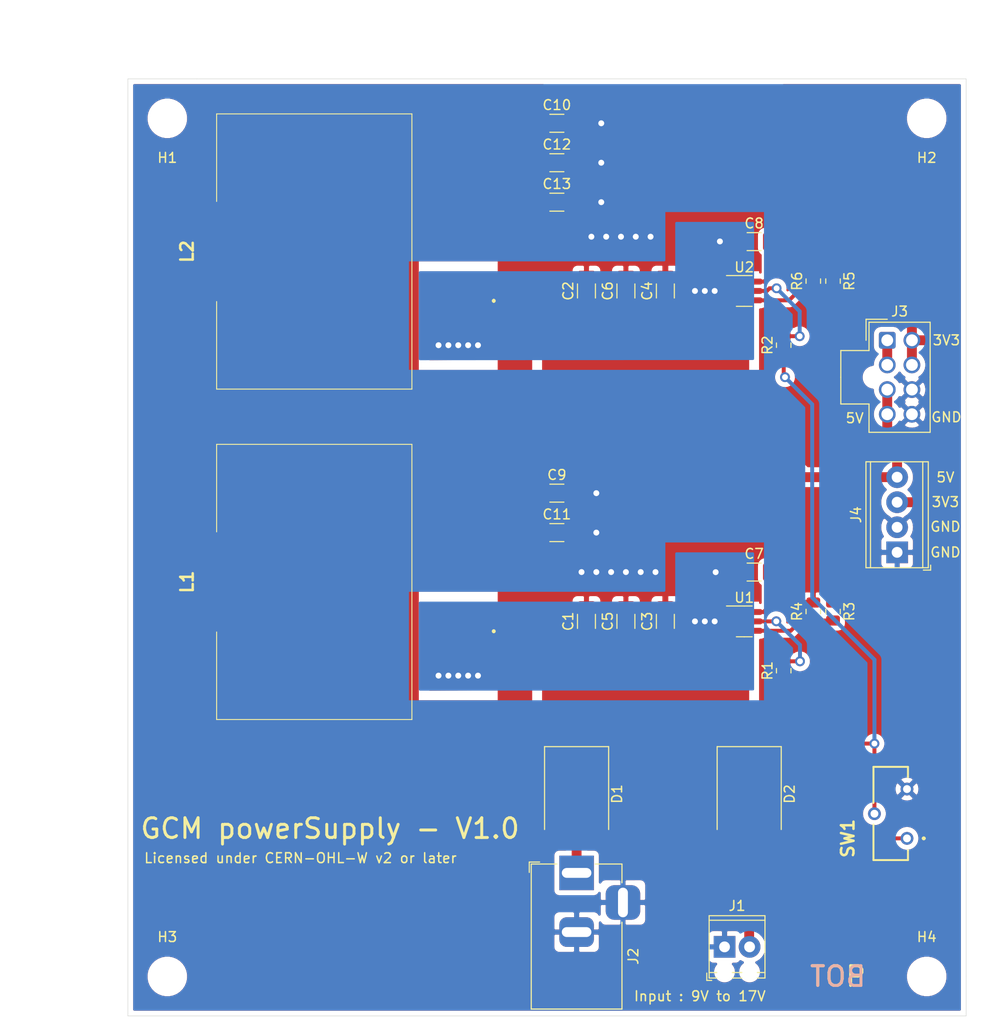
<source format=kicad_pcb>
(kicad_pcb (version 20171130) (host pcbnew "(5.1.8)-1")
  (title_block (title "GCM power supply") (date 2021-03-29) (rev V1.0) (company "Guillaume Guillet") (comment 1 "Copyright Guillaume Guillet 2021") (comment 2 "Licensed under CERN-OHL-W v2 or later"))
  (layers (0 F.Cu signal) (31 B.Cu signal) (34 B.Paste user) (35 F.Paste user) (36 B.SilkS user) (37 F.SilkS user) (38 B.Mask user) (39 F.Mask user) (44 Edge.Cuts user))
  (net 0 "")
  (net 1 VCC)
  (net 2 GND)
  (net 3 "Net-(C7-Pad2)")
  (net 4 "Net-(C7-Pad1)")
  (net 5 "Net-(C8-Pad2)")
  (net 6 "Net-(C8-Pad1)")
  (net 7 "Net-(D1-Pad2)")
  (net 8 "Net-(D2-Pad2)")
  (net 9 +5V)
  (net 10 +3V3)
  (net 11 +12V)
  (net 12 /EN)
  (net 13 "Net-(R1-Pad2)")
  (net 14 "Net-(R2-Pad2)")
  (net 15 "Net-(R3-Pad2)")
  (net 16 "Net-(R5-Pad2)")
  (module Capacitor_SMD:C_1206_3216Metric (layer F.Cu) (at 117.5 98 90)
    (fp_text reference C1 (at 0 -1.85 90) (layer F.SilkS))
    (fp_text value 100nF)
    (fp_line (start -0.711252 0.91) (end 0.711252 0.91) (layer F.SilkS) (width 0.12))
    (fp_line (start -0.711252 -0.91) (end 0.711252 -0.91) (layer F.SilkS) (width 0.12))
    (pad 2 smd roundrect (at 1.475 0 90) (size 1.15 1.8) (layers F.Cu F.Paste F.Mask) (roundrect_rratio 0.2173904347826087) (net 2 GND))
    (pad 1 smd roundrect (at -1.475 0 90) (size 1.15 1.8) (layers F.Cu F.Paste F.Mask) (roundrect_rratio 0.2173904347826087) (net 1 VCC))
  )
  (module Capacitor_SMD:C_1206_3216Metric (layer F.Cu) (at 117.5 64.5 90)
    (fp_text reference C2 (at 0 -1.85 90) (layer F.SilkS))
    (fp_text value 100nF)
    (fp_line (start -0.711252 -0.91) (end 0.711252 -0.91) (layer F.SilkS) (width 0.12))
    (fp_line (start -0.711252 0.91) (end 0.711252 0.91) (layer F.SilkS) (width 0.12))
    (pad 1 smd roundrect (at -1.475 0 90) (size 1.15 1.8) (layers F.Cu F.Paste F.Mask) (roundrect_rratio 0.2173904347826087) (net 1 VCC))
    (pad 2 smd roundrect (at 1.475 0 90) (size 1.15 1.8) (layers F.Cu F.Paste F.Mask) (roundrect_rratio 0.2173904347826087) (net 2 GND))
  )
  (module Capacitor_SMD:C_1206_3216Metric (layer F.Cu) (at 125.5 98 90)
    (fp_text reference C3 (at 0 -1.85 90) (layer F.SilkS))
    (fp_text value 10uF)
    (fp_line (start -0.711252 -0.91) (end 0.711252 -0.91) (layer F.SilkS) (width 0.12))
    (fp_line (start -0.711252 0.91) (end 0.711252 0.91) (layer F.SilkS) (width 0.12))
    (pad 1 smd roundrect (at -1.475 0 90) (size 1.15 1.8) (layers F.Cu F.Paste F.Mask) (roundrect_rratio 0.2173904347826087) (net 1 VCC))
    (pad 2 smd roundrect (at 1.475 0 90) (size 1.15 1.8) (layers F.Cu F.Paste F.Mask) (roundrect_rratio 0.2173904347826087) (net 2 GND))
  )
  (module Capacitor_SMD:C_1206_3216Metric (layer F.Cu) (at 125.5 64.5 90)
    (fp_text reference C4 (at 0 -1.85 90) (layer F.SilkS))
    (fp_text value 10uF)
    (fp_line (start -0.711252 0.91) (end 0.711252 0.91) (layer F.SilkS) (width 0.12))
    (fp_line (start -0.711252 -0.91) (end 0.711252 -0.91) (layer F.SilkS) (width 0.12))
    (pad 2 smd roundrect (at 1.475 0 90) (size 1.15 1.8) (layers F.Cu F.Paste F.Mask) (roundrect_rratio 0.2173904347826087) (net 2 GND))
    (pad 1 smd roundrect (at -1.475 0 90) (size 1.15 1.8) (layers F.Cu F.Paste F.Mask) (roundrect_rratio 0.2173904347826087) (net 1 VCC))
  )
  (module Capacitor_SMD:C_1206_3216Metric (layer F.Cu) (at 121.5 98 90)
    (fp_text reference C5 (at 0 -1.85 90) (layer F.SilkS))
    (fp_text value 10uF)
    (fp_line (start -0.711252 0.91) (end 0.711252 0.91) (layer F.SilkS) (width 0.12))
    (fp_line (start -0.711252 -0.91) (end 0.711252 -0.91) (layer F.SilkS) (width 0.12))
    (pad 2 smd roundrect (at 1.475 0 90) (size 1.15 1.8) (layers F.Cu F.Paste F.Mask) (roundrect_rratio 0.2173904347826087) (net 2 GND))
    (pad 1 smd roundrect (at -1.475 0 90) (size 1.15 1.8) (layers F.Cu F.Paste F.Mask) (roundrect_rratio 0.2173904347826087) (net 1 VCC))
  )
  (module Capacitor_SMD:C_1206_3216Metric (layer F.Cu) (at 121.5 64.5 90)
    (fp_text reference C6 (at 0 -1.85 90) (layer F.SilkS))
    (fp_text value 10uF)
    (fp_line (start -0.711252 -0.91) (end 0.711252 -0.91) (layer F.SilkS) (width 0.12))
    (fp_line (start -0.711252 0.91) (end 0.711252 0.91) (layer F.SilkS) (width 0.12))
    (pad 1 smd roundrect (at -1.475 0 90) (size 1.15 1.8) (layers F.Cu F.Paste F.Mask) (roundrect_rratio 0.2173904347826087) (net 1 VCC))
    (pad 2 smd roundrect (at 1.475 0 90) (size 1.15 1.8) (layers F.Cu F.Paste F.Mask) (roundrect_rratio 0.2173904347826087) (net 2 GND))
  )
  (module Capacitor_SMD:C_1206_3216Metric (layer F.Cu) (at 134.5 93)
    (fp_text reference C7 (at 0 -1.85) (layer F.SilkS))
    (fp_text value 100nF)
    (fp_line (start -0.711252 -0.91) (end 0.711252 -0.91) (layer F.SilkS) (width 0.12))
    (fp_line (start -0.711252 0.91) (end 0.711252 0.91) (layer F.SilkS) (width 0.12))
    (pad 1 smd roundrect (at -1.475 0) (size 1.15 1.8) (layers F.Cu F.Paste F.Mask) (roundrect_rratio 0.2173904347826087) (net 4 "Net-(C7-Pad1)"))
    (pad 2 smd roundrect (at 1.475 0) (size 1.15 1.8) (layers F.Cu F.Paste F.Mask) (roundrect_rratio 0.2173904347826087) (net 3 "Net-(C7-Pad2)"))
  )
  (module Capacitor_SMD:C_1206_3216Metric (layer F.Cu) (at 134.5 59.5)
    (fp_text reference C8 (at 0 -1.85) (layer F.SilkS))
    (fp_text value 100nF)
    (fp_line (start -0.711252 0.91) (end 0.711252 0.91) (layer F.SilkS) (width 0.12))
    (fp_line (start -0.711252 -0.91) (end 0.711252 -0.91) (layer F.SilkS) (width 0.12))
    (pad 2 smd roundrect (at 1.475 0) (size 1.15 1.8) (layers F.Cu F.Paste F.Mask) (roundrect_rratio 0.2173904347826087) (net 5 "Net-(C8-Pad2)"))
    (pad 1 smd roundrect (at -1.475 0) (size 1.15 1.8) (layers F.Cu F.Paste F.Mask) (roundrect_rratio 0.2173904347826087) (net 6 "Net-(C8-Pad1)"))
  )
  (module Capacitor_SMD:C_1206_3216Metric (layer F.Cu) (at 114.5 85)
    (fp_text reference C9 (at 0 -1.85) (layer F.SilkS))
    (fp_text value 22uF)
    (fp_line (start -0.711252 -0.91) (end 0.711252 -0.91) (layer F.SilkS) (width 0.12))
    (fp_line (start -0.711252 0.91) (end 0.711252 0.91) (layer F.SilkS) (width 0.12))
    (pad 1 smd roundrect (at -1.475 0) (size 1.15 1.8) (layers F.Cu F.Paste F.Mask) (roundrect_rratio 0.2173904347826087) (net 9 +5V))
    (pad 2 smd roundrect (at 1.475 0) (size 1.15 1.8) (layers F.Cu F.Paste F.Mask) (roundrect_rratio 0.2173904347826087) (net 2 GND))
  )
  (module Capacitor_SMD:C_1206_3216Metric (layer F.Cu) (at 114.5 47.5)
    (fp_text reference C10 (at 0 -1.85) (layer F.SilkS))
    (fp_text value 22uF)
    (fp_line (start -0.711252 0.91) (end 0.711252 0.91) (layer F.SilkS) (width 0.12))
    (fp_line (start -0.711252 -0.91) (end 0.711252 -0.91) (layer F.SilkS) (width 0.12))
    (pad 2 smd roundrect (at 1.475 0) (size 1.15 1.8) (layers F.Cu F.Paste F.Mask) (roundrect_rratio 0.2173904347826087) (net 2 GND))
    (pad 1 smd roundrect (at -1.475 0) (size 1.15 1.8) (layers F.Cu F.Paste F.Mask) (roundrect_rratio 0.2173904347826087) (net 10 +3V3))
  )
  (module Capacitor_SMD:C_1206_3216Metric (layer F.Cu) (at 114.5 89)
    (fp_text reference C11 (at 0 -1.85) (layer F.SilkS))
    (fp_text value 22uF)
    (fp_line (start -0.711252 -0.91) (end 0.711252 -0.91) (layer F.SilkS) (width 0.12))
    (fp_line (start -0.711252 0.91) (end 0.711252 0.91) (layer F.SilkS) (width 0.12))
    (pad 1 smd roundrect (at -1.475 0) (size 1.15 1.8) (layers F.Cu F.Paste F.Mask) (roundrect_rratio 0.2173904347826087) (net 9 +5V))
    (pad 2 smd roundrect (at 1.475 0) (size 1.15 1.8) (layers F.Cu F.Paste F.Mask) (roundrect_rratio 0.2173904347826087) (net 2 GND))
  )
  (module Capacitor_SMD:C_1206_3216Metric (layer F.Cu) (at 114.5 51.5)
    (fp_text reference C12 (at 0 -1.85) (layer F.SilkS))
    (fp_text value 22uF)
    (fp_line (start -0.711252 -0.91) (end 0.711252 -0.91) (layer F.SilkS) (width 0.12))
    (fp_line (start -0.711252 0.91) (end 0.711252 0.91) (layer F.SilkS) (width 0.12))
    (pad 1 smd roundrect (at -1.475 0) (size 1.15 1.8) (layers F.Cu F.Paste F.Mask) (roundrect_rratio 0.2173904347826087) (net 10 +3V3))
    (pad 2 smd roundrect (at 1.475 0) (size 1.15 1.8) (layers F.Cu F.Paste F.Mask) (roundrect_rratio 0.2173904347826087) (net 2 GND))
  )
  (module Capacitor_SMD:C_1206_3216Metric (layer F.Cu) (at 114.5 55.5)
    (fp_text reference C13 (at 0 -1.85) (layer F.SilkS))
    (fp_text value 22uF)
    (fp_line (start -0.711252 0.91) (end 0.711252 0.91) (layer F.SilkS) (width 0.12))
    (fp_line (start -0.711252 -0.91) (end 0.711252 -0.91) (layer F.SilkS) (width 0.12))
    (pad 2 smd roundrect (at 1.475 0) (size 1.15 1.8) (layers F.Cu F.Paste F.Mask) (roundrect_rratio 0.2173904347826087) (net 2 GND))
    (pad 1 smd roundrect (at -1.475 0) (size 1.15 1.8) (layers F.Cu F.Paste F.Mask) (roundrect_rratio 0.2173904347826087) (net 10 +3V3))
  )
  (module Diode_SMD:D_SMC (layer F.Cu) (at 116.5 115.5 270)
    (fp_text reference D1 (at 0 -4.1 90) (layer F.SilkS))
    (fp_text value SL43-M3/57T)
    (fp_line (start -4.8 -3.25) (end 3.6 -3.25) (layer F.SilkS) (width 0.12))
    (fp_line (start -4.8 3.25) (end 3.6 3.25) (layer F.SilkS) (width 0.12))
    (fp_line (start -4.8 3.25) (end -4.8 -3.25) (layer F.SilkS) (width 0.12))
    (pad 2 smd rect (at 3.4 0) (size 3.3 2.5) (layers F.Cu F.Paste F.Mask) (net 7 "Net-(D1-Pad2)"))
    (pad 1 smd rect (at -3.4 0) (size 3.3 2.5) (layers F.Cu F.Paste F.Mask) (net 1 VCC))
  )
  (module Diode_SMD:D_SMC (layer F.Cu) (at 134 115.5 270)
    (fp_text reference D2 (at 0 -4.1 90) (layer F.SilkS))
    (fp_text value SL43-M3/57T)
    (fp_line (start -4.8 3.25) (end -4.8 -3.25) (layer F.SilkS) (width 0.12))
    (fp_line (start -4.8 3.25) (end 3.6 3.25) (layer F.SilkS) (width 0.12))
    (fp_line (start -4.8 -3.25) (end 3.6 -3.25) (layer F.SilkS) (width 0.12))
    (pad 1 smd rect (at -3.4 0) (size 3.3 2.5) (layers F.Cu F.Paste F.Mask) (net 1 VCC))
    (pad 2 smd rect (at 3.4 0) (size 3.3 2.5) (layers F.Cu F.Paste F.Mask) (net 8 "Net-(D2-Pad2)"))
  )
  (module TerminalBlock_Phoenix:TerminalBlock_Phoenix_MPT-0,5-2-2.54_1x02_P2.54mm_Horizontal (layer F.Cu) (at 131.5 131)
    (fp_text reference J1 (at 1.27 -4.16) (layer F.SilkS))
    (fp_text value Screw_Terminal_01x02)
    (fp_line (start -1.56 2.6) (end -0.79 2.6) (layer F.SilkS) (width 0.12))
    (fp_line (start 0.79 2.6) (end 1.75 2.6) (layer F.SilkS) (width 0.12))
    (fp_line (start 3.33 2.6) (end 4.1 2.6) (layer F.SilkS) (width 0.12))
    (fp_line (start -1.56 -2.7) (end 4.1 -2.7) (layer F.SilkS) (width 0.12))
    (fp_line (start -1.56 -3.16) (end 4.1 -3.16) (layer F.SilkS) (width 0.12))
    (fp_line (start -1.56 3.16) (end -0.79 3.16) (layer F.SilkS) (width 0.12))
    (fp_line (start 0.79 3.16) (end 1.75 3.16) (layer F.SilkS) (width 0.12))
    (fp_line (start 3.33 3.16) (end 4.1 3.16) (layer F.SilkS) (width 0.12))
    (fp_line (start -1.56 -3.16) (end -1.56 3.16) (layer F.SilkS) (width 0.12))
    (fp_line (start 4.1 -3.16) (end 4.1 3.16) (layer F.SilkS) (width 0.12))
    (fp_line (start -1.8 2.66) (end -1.8 3.4) (layer F.SilkS) (width 0.12))
    (fp_line (start -1.8 3.4) (end -1.3 3.4) (layer F.SilkS) (width 0.12))
    (pad 1 thru_hole rect (at 0 0) (size 2.2 2.2) (drill 1.1) (layers *.Cu *.Mask) (net 2 GND))
    (pad "" np_thru_hole circle (at 0 2.54) (size 1.1 1.1) (drill 1.1) (layers *.Cu *.Mask))
    (pad 2 thru_hole circle (at 2.54 0) (size 2.2 2.2) (drill 1.1) (layers *.Cu *.Mask) (net 8 "Net-(D2-Pad2)"))
    (pad "" np_thru_hole circle (at 2.54 2.54) (size 1.1 1.1) (drill 1.1) (layers *.Cu *.Mask))
  )
  (module Connector_BarrelJack:BarrelJack_Horizontal (layer F.Cu) (at 116.5 123.5 90)
    (fp_text reference J2 (at -8.45 5.75 90) (layer F.SilkS))
    (fp_text value Barrel_Jack_Switch)
    (fp_line (start 1.1 -3.75) (end 1.1 -4.8) (layer F.SilkS) (width 0.12))
    (fp_line (start 0.05 -4.8) (end 1.1 -4.8) (layer F.SilkS) (width 0.12))
    (fp_line (start -5 4.6) (end -13.8 4.6) (layer F.SilkS) (width 0.12))
    (fp_line (start -13.8 4.6) (end -13.8 -4.6) (layer F.SilkS) (width 0.12))
    (fp_line (start 0.9 1.9) (end 0.9 4.6) (layer F.SilkS) (width 0.12))
    (fp_line (start 0.9 4.6) (end -1 4.6) (layer F.SilkS) (width 0.12))
    (fp_line (start -13.8 -4.6) (end 0.9 -4.6) (layer F.SilkS) (width 0.12))
    (fp_line (start 0.9 -4.6) (end 0.9 -2) (layer F.SilkS) (width 0.12))
    (pad 1 thru_hole rect (at 0 0 90) (size 3.5 3.5) (drill oval 1 3) (layers *.Cu *.Mask) (net 7 "Net-(D1-Pad2)"))
    (pad 2 thru_hole roundrect (at -6 0 90) (size 3 3.5) (drill oval 1 3) (layers *.Cu *.Mask) (net 2 GND))
    (pad 3 thru_hole roundrect (at -3 4.7 90) (size 3.5 3.5) (drill oval 3 1) (layers *.Cu *.Mask) (net 2 GND))
  )
  (module Connector_Molex:Molex_Nano-Fit_105310-xx08_2x04_P2.50mm_Vertical (layer F.Cu) (at 148 69.5)
    (fp_text reference J3 (at 1.25 -2.92) (layer F.SilkS))
    (fp_text value Molex_1053101108)
    (fp_line (start 4.35 3.75) (end 4.35 -1.83) (layer F.SilkS) (width 0.12))
    (fp_line (start 4.35 -1.83) (end -1.85 -1.83) (layer F.SilkS) (width 0.12))
    (fp_line (start -1.85 -1.83) (end -1.85 1.04) (layer F.SilkS) (width 0.12))
    (fp_line (start -1.85 1.04) (end -4.71 1.04) (layer F.SilkS) (width 0.12))
    (fp_line (start -4.71 1.04) (end -4.71 3.75) (layer F.SilkS) (width 0.12))
    (fp_line (start 4.35 3.75) (end 4.35 9.33) (layer F.SilkS) (width 0.12))
    (fp_line (start 4.35 9.33) (end -1.85 9.33) (layer F.SilkS) (width 0.12))
    (fp_line (start -1.85 9.33) (end -1.85 6.46) (layer F.SilkS) (width 0.12))
    (fp_line (start -1.85 6.46) (end -4.71 6.46) (layer F.SilkS) (width 0.12))
    (fp_line (start -4.71 6.46) (end -4.71 3.75) (layer F.SilkS) (width 0.12))
    (fp_line (start 0 -2.13) (end -2.15 -2.13) (layer F.SilkS) (width 0.12))
    (fp_line (start -2.15 -2.13) (end -2.15 0) (layer F.SilkS) (width 0.12))
    (pad 1 thru_hole roundrect (at 0 0) (size 1.7 1.7) (drill 1.2) (layers *.Cu *.Mask) (roundrect_rratio 0.1470588235294118) (net 11 +12V))
    (pad 2 thru_hole circle (at 0 2.5) (size 1.7 1.7) (drill 1.2) (layers *.Cu *.Mask) (net 11 +12V))
    (pad 3 thru_hole circle (at 0 5) (size 1.7 1.7) (drill 1.2) (layers *.Cu *.Mask) (net 9 +5V))
    (pad 4 thru_hole circle (at 0 7.5) (size 1.7 1.7) (drill 1.2) (layers *.Cu *.Mask) (net 9 +5V))
    (pad 5 thru_hole circle (at 2.5 0) (size 1.7 1.7) (drill 1.2) (layers *.Cu *.Mask) (net 10 +3V3))
    (pad 6 thru_hole circle (at 2.5 2.5) (size 1.7 1.7) (drill 1.2) (layers *.Cu *.Mask) (net 10 +3V3))
    (pad 7 thru_hole circle (at 2.5 5) (size 1.7 1.7) (drill 1.2) (layers *.Cu *.Mask) (net 2 GND))
    (pad 8 thru_hole circle (at 2.5 7.5) (size 1.7 1.7) (drill 1.2) (layers *.Cu *.Mask) (net 2 GND))
    (pad "" np_thru_hole circle (at -1.34 3.75) (size 1.3 1.3) (drill 1.3) (layers *.Cu *.Mask))
  )
  (module TerminalBlock_Phoenix:TerminalBlock_Phoenix_MPT-0,5-4-2.54_1x04_P2.54mm_Horizontal (layer F.Cu) (at 149 91 90)
    (fp_text reference J4 (at 3.81 -4.16 90) (layer F.SilkS))
    (fp_text value Screw_Terminal_01x04)
    (fp_line (start -1.56 2.6) (end 9.18 2.6) (layer F.SilkS) (width 0.12))
    (fp_line (start -1.56 -2.7) (end 9.18 -2.7) (layer F.SilkS) (width 0.12))
    (fp_line (start -1.56 -3.16) (end 9.18 -3.16) (layer F.SilkS) (width 0.12))
    (fp_line (start -1.56 3.16) (end 9.18 3.16) (layer F.SilkS) (width 0.12))
    (fp_line (start -1.56 -3.16) (end -1.56 3.16) (layer F.SilkS) (width 0.12))
    (fp_line (start 9.18 -3.16) (end 9.18 3.16) (layer F.SilkS) (width 0.12))
    (fp_line (start -1.8 2.66) (end -1.8 3.4) (layer F.SilkS) (width 0.12))
    (fp_line (start -1.8 3.4) (end -1.3 3.4) (layer F.SilkS) (width 0.12))
    (pad 1 thru_hole rect (at 0 0 90) (size 2.2 2.2) (drill 1.1) (layers *.Cu *.Mask) (net 2 GND))
    (pad 2 thru_hole circle (at 2.54 0 90) (size 2.2 2.2) (drill 1.1) (layers *.Cu *.Mask) (net 2 GND))
    (pad 3 thru_hole circle (at 5.08 0 90) (size 2.2 2.2) (drill 1.1) (layers *.Cu *.Mask) (net 10 +3V3))
    (pad 4 thru_hole circle (at 7.62 0 90) (size 2.2 2.2) (drill 1.1) (layers *.Cu *.Mask) (net 9 +5V))
  )
  (module PQ2614BLA:PQ2614BLA (layer F.Cu) (at 80 94 90)
    (fp_text reference L1 (at 0 -3 90) (layer F.SilkS) (effects (font (size 1.27 1.27) (thickness 0.254))))
    (fp_text value 3.3uH hide)
    (fp_line (start -5.075 0) (end -13.95 0) (layer F.SilkS) (width 0.1))
    (fp_line (start -13.95 0) (end -13.95 19.8) (layer F.SilkS) (width 0.1))
    (fp_line (start -13.95 19.8) (end 13.95 19.8) (layer F.SilkS) (width 0.1))
    (fp_line (start 13.95 19.8) (end 13.95 0) (layer F.SilkS) (width 0.1))
    (fp_line (start 13.95 0) (end 5.075 0) (layer F.SilkS) (width 0.1))
    (fp_line (start -5.1 28.1) (end -5.1 28.1) (layer F.SilkS) (width 0.2))
    (fp_line (start -4.9 28.1) (end -4.9 28.1) (layer F.SilkS) (width 0.2))
    (fp_arc (start -5 28.1) (end -4.9 28.1) (angle 180) (layer F.SilkS) (width 0.2))
    (fp_arc (start -5 28.1) (end -5.1 28.1) (angle 180) (layer F.SilkS) (width 0.2))
    (pad 3 smd rect (at 0 2.64 180) (size 5.28 6.35) (layers F.Cu F.Paste F.Mask))
    (pad 2 smd rect (at 5.075 24.715 90) (size 5.33 5.59) (layers F.Cu F.Paste F.Mask) (net 9 +5V))
    (pad 1 smd rect (at -5.075 24.715 90) (size 5.33 5.59) (layers F.Cu F.Paste F.Mask) (net 4 "Net-(C7-Pad1)"))
  )
  (module PQ2614BLA:PQ2614BLA (layer F.Cu) (at 80 60.5 90)
    (fp_text reference L2 (at 0 -3 90) (layer F.SilkS) (effects (font (size 1.27 1.27) (thickness 0.254))))
    (fp_text value 2.2uH hide)
    (fp_line (start -4.9 28.1) (end -4.9 28.1) (layer F.SilkS) (width 0.2))
    (fp_line (start -5.1 28.1) (end -5.1 28.1) (layer F.SilkS) (width 0.2))
    (fp_line (start 13.95 0) (end 5.075 0) (layer F.SilkS) (width 0.1))
    (fp_line (start 13.95 19.8) (end 13.95 0) (layer F.SilkS) (width 0.1))
    (fp_line (start -13.95 19.8) (end 13.95 19.8) (layer F.SilkS) (width 0.1))
    (fp_line (start -13.95 0) (end -13.95 19.8) (layer F.SilkS) (width 0.1))
    (fp_line (start -5.075 0) (end -13.95 0) (layer F.SilkS) (width 0.1))
    (fp_arc (start -5 28.1) (end -5.1 28.1) (angle 180) (layer F.SilkS) (width 0.2))
    (fp_arc (start -5 28.1) (end -4.9 28.1) (angle 180) (layer F.SilkS) (width 0.2))
    (pad 1 smd rect (at -5.075 24.715 90) (size 5.33 5.59) (layers F.Cu F.Paste F.Mask) (net 6 "Net-(C8-Pad1)"))
    (pad 2 smd rect (at 5.075 24.715 90) (size 5.33 5.59) (layers F.Cu F.Paste F.Mask) (net 10 +3V3))
    (pad 3 smd rect (at 0 2.64 180) (size 5.28 6.35) (layers F.Cu F.Paste F.Mask))
  )
  (module Resistor_SMD:R_0805_2012Metric (layer F.Cu) (at 137.5 103 90)
    (fp_text reference R1 (at 0 -1.65 90) (layer F.SilkS))
    (fp_text value 10k)
    (fp_line (start -0.227064 0.735) (end 0.227064 0.735) (layer F.SilkS) (width 0.12))
    (fp_line (start -0.227064 -0.735) (end 0.227064 -0.735) (layer F.SilkS) (width 0.12))
    (pad 2 smd roundrect (at 0.9125 0 90) (size 1.025 1.4) (layers F.Cu F.Paste F.Mask) (roundrect_rratio 0.2439014634146341) (net 13 "Net-(R1-Pad2)"))
    (pad 1 smd roundrect (at -0.9125 0 90) (size 1.025 1.4) (layers F.Cu F.Paste F.Mask) (roundrect_rratio 0.2439014634146341) (net 12 /EN))
  )
  (module Resistor_SMD:R_0805_2012Metric (layer F.Cu) (at 137.5 70 90)
    (fp_text reference R2 (at 0 -1.65 90) (layer F.SilkS))
    (fp_text value 10k)
    (fp_line (start -0.227064 -0.735) (end 0.227064 -0.735) (layer F.SilkS) (width 0.12))
    (fp_line (start -0.227064 0.735) (end 0.227064 0.735) (layer F.SilkS) (width 0.12))
    (pad 1 smd roundrect (at -0.9125 0 90) (size 1.025 1.4) (layers F.Cu F.Paste F.Mask) (roundrect_rratio 0.2439014634146341) (net 12 /EN))
    (pad 2 smd roundrect (at 0.9125 0 90) (size 1.025 1.4) (layers F.Cu F.Paste F.Mask) (roundrect_rratio 0.2439014634146341) (net 14 "Net-(R2-Pad2)"))
  )
  (module Resistor_SMD:R_0805_2012Metric (layer F.Cu) (at 142.5 97 270)
    (fp_text reference R3 (at 0 -1.65 90) (layer F.SilkS))
    (fp_text value 56.2k)
    (fp_line (start -0.227064 0.735) (end 0.227064 0.735) (layer F.SilkS) (width 0.12))
    (fp_line (start -0.227064 -0.735) (end 0.227064 -0.735) (layer F.SilkS) (width 0.12))
    (pad 2 smd roundrect (at 0.9125 0 270) (size 1.025 1.4) (layers F.Cu F.Paste F.Mask) (roundrect_rratio 0.2439014634146341) (net 15 "Net-(R3-Pad2)"))
    (pad 1 smd roundrect (at -0.9125 0 270) (size 1.025 1.4) (layers F.Cu F.Paste F.Mask) (roundrect_rratio 0.2439014634146341) (net 9 +5V))
  )
  (module Resistor_SMD:R_0805_2012Metric (layer F.Cu) (at 140.5 97 90)
    (fp_text reference R4 (at 0 -1.65 90) (layer F.SilkS))
    (fp_text value 10k)
    (fp_line (start -0.227064 -0.735) (end 0.227064 -0.735) (layer F.SilkS) (width 0.12))
    (fp_line (start -0.227064 0.735) (end 0.227064 0.735) (layer F.SilkS) (width 0.12))
    (pad 1 smd roundrect (at -0.9125 0 90) (size 1.025 1.4) (layers F.Cu F.Paste F.Mask) (roundrect_rratio 0.2439014634146341) (net 15 "Net-(R3-Pad2)"))
    (pad 2 smd roundrect (at 0.9125 0 90) (size 1.025 1.4) (layers F.Cu F.Paste F.Mask) (roundrect_rratio 0.2439014634146341) (net 2 GND))
  )
  (module Resistor_SMD:R_0805_2012Metric (layer F.Cu) (at 142.5 63.5 270)
    (fp_text reference R5 (at 0 -1.65 90) (layer F.SilkS))
    (fp_text value 33.2k)
    (fp_line (start -0.227064 0.735) (end 0.227064 0.735) (layer F.SilkS) (width 0.12))
    (fp_line (start -0.227064 -0.735) (end 0.227064 -0.735) (layer F.SilkS) (width 0.12))
    (pad 2 smd roundrect (at 0.9125 0 270) (size 1.025 1.4) (layers F.Cu F.Paste F.Mask) (roundrect_rratio 0.2439014634146341) (net 16 "Net-(R5-Pad2)"))
    (pad 1 smd roundrect (at -0.9125 0 270) (size 1.025 1.4) (layers F.Cu F.Paste F.Mask) (roundrect_rratio 0.2439014634146341) (net 10 +3V3))
  )
  (module Resistor_SMD:R_0805_2012Metric (layer F.Cu) (at 140.5 63.5 90)
    (fp_text reference R6 (at 0 -1.65 90) (layer F.SilkS))
    (fp_text value 10k)
    (fp_line (start -0.227064 -0.735) (end 0.227064 -0.735) (layer F.SilkS) (width 0.12))
    (fp_line (start -0.227064 0.735) (end 0.227064 0.735) (layer F.SilkS) (width 0.12))
    (pad 1 smd roundrect (at -0.9125 0 90) (size 1.025 1.4) (layers F.Cu F.Paste F.Mask) (roundrect_rratio 0.2439014634146341) (net 16 "Net-(R5-Pad2)"))
    (pad 2 smd roundrect (at 0.9125 0 90) (size 1.025 1.4) (layers F.Cu F.Paste F.Mask) (roundrect_rratio 0.2439014634146341) (net 2 GND))
  )
  (module Package_TO_SOT_SMD:SOT-23-6 (layer F.Cu) (at 133.5 98)
    (fp_text reference U1 (at 0 -2.4) (layer F.SilkS))
    (fp_text value TPS563201)
    (fp_line (start 0 1.56) (end 0.8 1.56) (layer F.SilkS) (width 0.12))
    (fp_line (start 0 1.56) (end -0.8 1.56) (layer F.SilkS) (width 0.12))
    (fp_line (start 0 -1.56) (end 0.8 -1.56) (layer F.SilkS) (width 0.12))
    (fp_line (start 0 -1.56) (end -1.8 -1.56) (layer F.SilkS) (width 0.12))
    (pad 1 smd roundrect (at -1.1375 -0.95) (size 1.325 0.6) (layers F.Cu F.Paste F.Mask) (net 2 GND))
    (pad 2 smd roundrect (at -1.1375 0) (size 1.325 0.6) (layers F.Cu F.Paste F.Mask) (net 4 "Net-(C7-Pad1)"))
    (pad 3 smd roundrect (at -1.1375 0.95) (size 1.325 0.6) (layers F.Cu F.Paste F.Mask) (net 1 VCC))
    (pad 4 smd roundrect (at 1.1375 0.95) (size 1.325 0.6) (layers F.Cu F.Paste F.Mask) (net 15 "Net-(R3-Pad2)"))
    (pad 5 smd roundrect (at 1.1375 0) (size 1.325 0.6) (layers F.Cu F.Paste F.Mask) (net 13 "Net-(R1-Pad2)"))
    (pad 6 smd roundrect (at 1.1375 -0.95) (size 1.325 0.6) (layers F.Cu F.Paste F.Mask) (net 3 "Net-(C7-Pad2)"))
  )
  (module Package_TO_SOT_SMD:SOT-23-6 (layer F.Cu) (at 133.5 64.5)
    (fp_text reference U2 (at 0 -2.4) (layer F.SilkS))
    (fp_text value TPS563201)
    (fp_line (start 0 -1.56) (end -1.8 -1.56) (layer F.SilkS) (width 0.12))
    (fp_line (start 0 -1.56) (end 0.8 -1.56) (layer F.SilkS) (width 0.12))
    (fp_line (start 0 1.56) (end -0.8 1.56) (layer F.SilkS) (width 0.12))
    (fp_line (start 0 1.56) (end 0.8 1.56) (layer F.SilkS) (width 0.12))
    (pad 6 smd roundrect (at 1.1375 -0.95) (size 1.325 0.6) (layers F.Cu F.Paste F.Mask) (net 5 "Net-(C8-Pad2)"))
    (pad 5 smd roundrect (at 1.1375 0) (size 1.325 0.6) (layers F.Cu F.Paste F.Mask) (net 14 "Net-(R2-Pad2)"))
    (pad 4 smd roundrect (at 1.1375 0.95) (size 1.325 0.6) (layers F.Cu F.Paste F.Mask) (net 16 "Net-(R5-Pad2)"))
    (pad 3 smd roundrect (at -1.1375 0.95) (size 1.325 0.6) (layers F.Cu F.Paste F.Mask) (net 1 VCC))
    (pad 2 smd roundrect (at -1.1375 0) (size 1.325 0.6) (layers F.Cu F.Paste F.Mask) (net 6 "Net-(C8-Pad1)"))
    (pad 1 smd roundrect (at -1.1375 -0.95) (size 1.325 0.6) (layers F.Cu F.Paste F.Mask) (net 2 GND))
  )
  (module LSSA12VB:LSSA12VB (layer F.Cu) (at 150 120 90)
    (fp_text reference SW1 (at 0 -6 90) (layer F.SilkS) (effects (font (size 1.27 1.27) (thickness 0.254))))
    (fp_text value SW_SPDT hide)
    (fp_line (start 0 1.8) (end 0 1.8) (layer F.SilkS) (width 0.2))
    (fp_line (start 0 1.6) (end 0 1.6) (layer F.SilkS) (width 0.2))
    (fp_line (start -2.2 0.1) (end -1.2 0.1) (layer F.SilkS) (width 0.2))
    (fp_line (start -2.2 -3.4) (end -2.2 0.1) (layer F.SilkS) (width 0.2))
    (fp_line (start 1.4 -3.4) (end -2.2 -3.4) (layer F.SilkS) (width 0.2))
    (fp_line (start 7.25 0.1) (end 6.2 0.1) (layer F.SilkS) (width 0.2))
    (fp_line (start 7.25 -3.4) (end 7.25 0.1) (layer F.SilkS) (width 0.2))
    (fp_line (start 3.6 -3.4) (end 7.25 -3.4) (layer F.SilkS) (width 0.2))
    (fp_arc (start 0 1.7) (end 0 1.6) (angle -180) (layer F.SilkS) (width 0.2))
    (fp_arc (start 0 1.7) (end 0 1.8) (angle -180) (layer F.SilkS) (width 0.2))
    (pad 1 thru_hole circle (at 0 0 90) (size 1.3 1.3) (drill 0.8) (layers *.Cu *.Mask) (net 1 VCC))
    (pad 2 thru_hole circle (at 2.5 -3.3 90) (size 1.3 1.3) (drill 0.8) (layers *.Cu *.Mask) (net 12 /EN))
    (pad 3 thru_hole circle (at 5 0 90) (size 1.3 1.3) (drill 0.8) (layers *.Cu *.Mask) (net 2 GND))
  )
  (module MountingHole:MountingHole_3mm (layer F.Cu) (at 75 47)
    (fp_text reference H1 (at 0 4) (layer F.SilkS))
    (fp_text value MountingHole_3mm)
    (pad 1 np_thru_hole circle (at 0 0) (size 3 3) (drill 3) (layers *.Cu *.Mask))
  )
  (module MountingHole:MountingHole_3mm (layer F.Cu) (at 152 47)
    (fp_text reference H2 (at 0 4) (layer F.SilkS))
    (fp_text value MountingHole_3mm)
    (pad 1 np_thru_hole circle (at 0 0) (size 3 3) (drill 3) (layers *.Cu *.Mask))
  )
  (module MountingHole:MountingHole_3mm (layer F.Cu) (at 75 134)
    (fp_text reference H3 (at 0 -4) (layer F.SilkS))
    (fp_text value MountingHole_3mm)
    (pad 1 np_thru_hole circle (at 0 0) (size 3 3) (drill 3) (layers *.Cu *.Mask))
  )
  (module MountingHole:MountingHole_3mm (layer F.Cu) (at 152 134)
    (fp_text reference H4 (at 0 -4) (layer F.SilkS))
    (fp_text value MountingHole_3mm)
    (pad 1 np_thru_hole circle (at 0 0) (size 3 3) (drill 3) (layers *.Cu *.Mask))
  )
  (gr_text GND (at 154 77.3) (layer F.SilkS) (effects (font (size 1 1))))
  (gr_text 3V3 (at 154 69.5) (layer F.SilkS) (effects (font (size 1 1))))
  (gr_text 5V (at 144.7 77.4) (layer F.SilkS) (effects (font (size 1 1))))
  (gr_text GND (at 153.9 91) (layer F.SilkS) (effects (font (size 1 1))))
  (gr_text GND (at 153.9 88.4) (layer F.SilkS) (effects (font (size 1 1))))
  (gr_text 3V3 (at 153.9 85.9) (layer F.SilkS) (effects (font (size 1 1))))
  (gr_text 5V (at 153.9 83.4) (layer F.SilkS) (effects (font (size 1 1))))
  (gr_text "Input : 9V to 17V" (at 129 136) (layer F.SilkS) (effects (font (size 1 1))))
  (gr_text GG (at 86 132) (layer F.Cu) (effects (font (size 2 2) (thickness 0.4))))
  (gr_text "GCM powerSupply - V1.0" (at 91.5 119) (layer F.SilkS) (effects (font (size 2 2) (thickness 0.3))))
  (gr_text "Licensed under CERN-OHL-W v2 or later" (at 88.5 122) (layer F.SilkS) (effects (font (size 1 1))))
  (gr_text BOT (at 143 134) (layer B.SilkS) (effects (font (size 2 2) (thickness 0.3)) (justify mirror)))
  (gr_text TOP (at 143 134) (layer F.SilkS) (effects (font (size 2 2) (thickness 0.3))))
  (gr_line (start 78 138) (end 71 138) (layer Edge.Cuts) (width 0.05))
  (gr_line (start 78 43) (end 71 43) (layer Edge.Cuts) (width 0.05))
  (gr_line (start 71 138) (end 71 43) (layer Edge.Cuts) (width 0.05))
  (gr_line (start 156 138) (end 78 138) (layer Edge.Cuts) (width 0.05))
  (gr_line (start 156 134) (end 156 138) (layer Edge.Cuts) (width 0.05))
  (gr_line (start 156 43) (end 156 134) (layer Edge.Cuts) (width 0.05))
  (gr_line (start 78 43) (end 156 43) (layer Edge.Cuts) (width 0.05))
  (segment (start 150 120) (end 144.02 120) (width 0.4) (layer F.Cu) (net 1))
  (segment (start 136.12 112.1) (end 134 112.1) (width 0.4) (layer F.Cu) (net 1))
  (segment (start 144.02 120) (end 136.12 112.1) (width 0.4) (layer F.Cu) (net 1))
  (segment (start 132.3625 65.45) (end 132.3625 67.1375) (width 0.6) (layer F.Cu) (net 1))
  (segment (start 132.3625 67.1375) (end 132 67.5) (width 0.6) (layer F.Cu) (net 1))
  (segment (start 132 67.5) (end 126 67.5) (width 0.6) (layer F.Cu) (net 1))
  (segment (start 125.5 67) (end 125.5 65.975) (width 0.6) (layer F.Cu) (net 1))
  (segment (start 126 67.5) (end 125.5 67) (width 0.6) (layer F.Cu) (net 1))
  (segment (start 132.3625 98.95) (end 132.3625 100.6375) (width 0.6) (layer F.Cu) (net 1))
  (segment (start 132.3625 100.6375) (end 131.5 101.5) (width 0.6) (layer F.Cu) (net 1))
  (segment (start 131.5 101.5) (end 126 101.5) (width 0.6) (layer F.Cu) (net 1))
  (segment (start 125.5 101) (end 125.5 99.475) (width 0.6) (layer F.Cu) (net 1))
  (segment (start 126 101.5) (end 125.5 101) (width 0.6) (layer F.Cu) (net 1))
  (segment (start 125.5 63.025) (end 125.5 61.5) (width 0.6) (layer F.Cu) (net 2))
  (segment (start 125.5 61.5) (end 126 61) (width 0.6) (layer F.Cu) (net 2))
  (segment (start 126 61) (end 131 61) (width 0.6) (layer F.Cu) (net 2))
  (segment (start 132.3625 62.3625) (end 132.3625 63.55) (width 0.6) (layer F.Cu) (net 2))
  (segment (start 131 61) (end 132.3625 62.3625) (width 0.6) (layer F.Cu) (net 2))
  (segment (start 132.3625 97.05) (end 132.3625 95.8625) (width 0.6) (layer F.Cu) (net 2))
  (segment (start 132.3625 95.8625) (end 131.5 95) (width 0.6) (layer F.Cu) (net 2))
  (segment (start 131.5 95) (end 125.5 95) (width 0.6) (layer F.Cu) (net 2))
  (segment (start 125.5 95) (end 125.5 96.525) (width 0.6) (layer F.Cu) (net 2))
  (via (at 124.5 93) (size 1) (drill 0.6) (layers F.Cu B.Cu) (net 2))
  (via (at 123 93) (size 1) (drill 0.6) (layers F.Cu B.Cu) (net 2))
  (via (at 121.5 93) (size 1) (drill 0.6) (layers F.Cu B.Cu) (net 2))
  (via (at 120 93) (size 1) (drill 0.6) (layers F.Cu B.Cu) (net 2))
  (via (at 118.5 93) (size 1) (drill 0.6) (layers F.Cu B.Cu) (net 2))
  (via (at 117 93) (size 1) (drill 0.6) (layers F.Cu B.Cu) (net 2))
  (via (at 118.5 85) (size 1) (drill 0.6) (layers F.Cu B.Cu) (net 2))
  (via (at 118.5 89) (size 1) (drill 0.6) (layers F.Cu B.Cu) (net 2))
  (via (at 124 59) (size 1) (drill 0.6) (layers F.Cu B.Cu) (net 2))
  (via (at 122.5 59) (size 1) (drill 0.6) (layers F.Cu B.Cu) (net 2))
  (via (at 121 59) (size 1) (drill 0.6) (layers F.Cu B.Cu) (net 2))
  (via (at 119.5 59) (size 1) (drill 0.6) (layers F.Cu B.Cu) (net 2))
  (via (at 118 59) (size 1) (drill 0.6) (layers F.Cu B.Cu) (net 2))
  (via (at 119 55.5) (size 1) (drill 0.6) (layers F.Cu B.Cu) (net 2))
  (via (at 119 51.5) (size 1) (drill 0.6) (layers F.Cu B.Cu) (net 2))
  (via (at 119 47.5) (size 1) (drill 0.6) (layers F.Cu B.Cu) (net 2))
  (segment (start 135.975 93) (end 135.975 96.525) (width 0.4) (layer F.Cu) (net 3))
  (segment (start 135.45 97.05) (end 134.6375 97.05) (width 0.4) (layer F.Cu) (net 3))
  (segment (start 135.975 96.525) (end 135.45 97.05) (width 0.4) (layer F.Cu) (net 3))
  (via (at 130.6 93.01) (size 1) (drill 0.6) (layers F.Cu B.Cu) (net 4))
  (segment (start 130.61 93) (end 130.6 93.01) (width 0.4) (layer F.Cu) (net 4))
  (segment (start 133.025 93) (end 130.61 93) (width 0.4) (layer F.Cu) (net 4))
  (via (at 102.5 103.5) (size 1) (drill 0.6) (layers F.Cu B.Cu) (net 4))
  (via (at 103.5 103.5) (size 1) (drill 0.6) (layers F.Cu B.Cu) (net 4))
  (via (at 104.5 103.5) (size 1) (drill 0.6) (layers F.Cu B.Cu) (net 4))
  (via (at 105.5 103.5) (size 1) (drill 0.6) (layers F.Cu B.Cu) (net 4))
  (via (at 106.5 103.5) (size 1) (drill 0.6) (layers F.Cu B.Cu) (net 4))
  (via (at 130.5 98) (size 1) (drill 0.6) (layers F.Cu B.Cu) (net 4))
  (via (at 129.5 98) (size 1) (drill 0.6) (layers F.Cu B.Cu) (net 4))
  (via (at 128.5 98) (size 1) (drill 0.6) (layers F.Cu B.Cu) (net 4))
  (segment (start 132.3625 98) (end 130.5 98) (width 0.4) (layer F.Cu) (net 4))
  (segment (start 134.6375 63.55) (end 135.51 63.55) (width 0.4) (layer F.Cu) (net 5))
  (segment (start 135.975 63.085) (end 135.975 59.5) (width 0.4) (layer F.Cu) (net 5))
  (segment (start 135.51 63.55) (end 135.975 63.085) (width 0.4) (layer F.Cu) (net 5))
  (via (at 130.5 64.5) (size 1) (drill 0.6) (layers F.Cu B.Cu) (net 6))
  (via (at 129.5 64.5) (size 1) (drill 0.6) (layers F.Cu B.Cu) (net 6))
  (via (at 128.5 64.5) (size 1) (drill 0.6) (layers F.Cu B.Cu) (net 6))
  (via (at 102.5 70) (size 1) (drill 0.6) (layers F.Cu B.Cu) (net 6))
  (via (at 103.5 70) (size 1) (drill 0.6) (layers F.Cu B.Cu) (net 6))
  (via (at 104.5 70) (size 1) (drill 0.6) (layers F.Cu B.Cu) (net 6))
  (via (at 105.5 70) (size 1) (drill 0.6) (layers F.Cu B.Cu) (net 6))
  (via (at 106.5 70) (size 1) (drill 0.6) (layers F.Cu B.Cu) (net 6))
  (segment (start 132.3625 64.5) (end 130.5 64.5) (width 0.4) (layer F.Cu) (net 6))
  (via (at 131.03 59.48) (size 1) (drill 0.6) (layers F.Cu B.Cu) (net 6))
  (segment (start 131.05 59.5) (end 131.03 59.48) (width 0.4) (layer F.Cu) (net 6))
  (segment (start 133.025 59.5) (end 131.05 59.5) (width 0.4) (layer F.Cu) (net 6))
  (segment (start 116.5 123.5) (end 116.5 118.9) (width 1) (layer F.Cu) (net 7))
  (segment (start 134.04 118.94) (end 134 118.9) (width 1) (layer F.Cu) (net 8))
  (segment (start 134 130.96) (end 134.04 131) (width 1) (layer F.Cu) (net 8))
  (segment (start 134 118.9) (end 134 130.96) (width 1) (layer F.Cu) (net 8))
  (segment (start 113.025 89) (end 113.025 85) (width 1) (layer F.Cu) (net 9))
  (segment (start 104.79 89) (end 104.715 88.925) (width 1) (layer F.Cu) (net 9))
  (segment (start 113.025 89) (end 104.79 89) (width 1) (layer F.Cu) (net 9))
  (segment (start 113.025 83.395) (end 114.01 82.41) (width 1) (layer F.Cu) (net 9))
  (segment (start 113.025 85) (end 113.025 83.395) (width 1) (layer F.Cu) (net 9))
  (segment (start 114.01 82.41) (end 138.53 82.41) (width 1) (layer F.Cu) (net 9))
  (segment (start 148 74.5) (end 148 77) (width 1) (layer F.Cu) (net 9))
  (segment (start 148 77) (end 148 80.24) (width 1) (layer F.Cu) (net 9))
  (segment (start 149 81.24) (end 149 83.38) (width 1) (layer F.Cu) (net 9))
  (segment (start 148 80.24) (end 149 81.24) (width 1) (layer F.Cu) (net 9))
  (segment (start 139.5 83.38) (end 138.53 82.41) (width 1) (layer F.Cu) (net 9))
  (segment (start 142.5 83.41) (end 142.47 83.38) (width 1) (layer F.Cu) (net 9))
  (segment (start 142.5 96.0875) (end 142.5 83.41) (width 1) (layer F.Cu) (net 9))
  (segment (start 142.47 83.38) (end 139.5 83.38) (width 1) (layer F.Cu) (net 9))
  (segment (start 149 83.38) (end 142.47 83.38) (width 1) (layer F.Cu) (net 9))
  (segment (start 104.79 55.5) (end 104.715 55.425) (width 1) (layer F.Cu) (net 10))
  (segment (start 113.025 55.5) (end 104.79 55.5) (width 1) (layer F.Cu) (net 10))
  (segment (start 113.025 55.5) (end 113.025 51.5) (width 1) (layer F.Cu) (net 10))
  (segment (start 113.025 51.5) (end 113.025 47.5) (width 1) (layer F.Cu) (net 10))
  (segment (start 113.025 45.335) (end 113.93 44.43) (width 1) (layer F.Cu) (net 10))
  (segment (start 113.025 47.5) (end 113.025 45.335) (width 1) (layer F.Cu) (net 10))
  (segment (start 113.93 44.43) (end 136.43 44.43) (width 1) (layer F.Cu) (net 10))
  (segment (start 136.66 44.43) (end 136.43 44.43) (width 0.4) (layer F.Cu) (net 10))
  (segment (start 136.66 44.43) (end 142.5 50.27) (width 1) (layer F.Cu) (net 10))
  (segment (start 148.5 56.5) (end 142.5 56.5) (width 1) (layer F.Cu) (net 10))
  (segment (start 142.5 56.5) (end 142.5 62.5875) (width 1) (layer F.Cu) (net 10))
  (segment (start 142.5 50.27) (end 142.5 56.5) (width 1) (layer F.Cu) (net 10))
  (segment (start 150.5 69.5) (end 150.5 58.5) (width 1) (layer F.Cu) (net 10))
  (segment (start 150.5 58.5) (end 148.5 56.5) (width 1) (layer F.Cu) (net 10))
  (segment (start 150.5 69.5) (end 150.5 72) (width 1) (layer F.Cu) (net 10))
  (segment (start 149 85.92) (end 152.15 85.92) (width 1) (layer F.Cu) (net 10))
  (segment (start 152.15 85.92) (end 154.08 83.99) (width 1) (layer F.Cu) (net 10))
  (segment (start 154.08 83.99) (end 154.08 71.2) (width 1) (layer F.Cu) (net 10))
  (segment (start 152.38 69.5) (end 150.5 69.5) (width 1) (layer F.Cu) (net 10))
  (segment (start 154.08 71.2) (end 152.38 69.5) (width 1) (layer F.Cu) (net 10))
  (segment (start 148 72) (end 148 69.5) (width 1) (layer F.Cu) (net 11))
  (segment (start 146.7 117.5) (end 146.7 110.39) (width 0.4) (layer F.Cu) (net 12))
  (segment (start 138.3925 103.9125) (end 137.5 103.9125) (width 0.4) (layer F.Cu) (net 12))
  (via (at 146.7 110.39) (size 1) (drill 0.6) (layers F.Cu B.Cu) (net 12))
  (segment (start 146.7 110.39) (end 146.7 101.89) (width 0.4) (layer B.Cu) (net 12))
  (segment (start 146.7 101.89) (end 140.39 95.58) (width 0.4) (layer B.Cu) (net 12))
  (via (at 137.63 73.24) (size 1) (drill 0.6) (layers F.Cu B.Cu) (net 12))
  (segment (start 140.39 76) (end 137.63 73.24) (width 0.4) (layer B.Cu) (net 12))
  (segment (start 140.39 95.58) (end 140.39 76) (width 0.4) (layer B.Cu) (net 12))
  (segment (start 137.5 73.11) (end 137.63 73.24) (width 0.4) (layer F.Cu) (net 12))
  (segment (start 137.5 70.9125) (end 137.5 73.11) (width 0.4) (layer F.Cu) (net 12))
  (segment (start 144.87 110.39) (end 138.3925 103.9125) (width 0.4) (layer F.Cu) (net 12))
  (segment (start 146.7 110.39) (end 144.87 110.39) (width 0.4) (layer F.Cu) (net 12))
  (via (at 136.75 97.99) (size 1) (drill 0.6) (layers F.Cu B.Cu) (net 13))
  (segment (start 136.74 98) (end 136.75 97.99) (width 0.4) (layer F.Cu) (net 13))
  (segment (start 134.6375 98) (end 136.74 98) (width 0.4) (layer F.Cu) (net 13))
  (via (at 139.15 102.05) (size 1) (drill 0.6) (layers F.Cu B.Cu) (net 13))
  (segment (start 139.15 100.39) (end 139.15 102.05) (width 0.4) (layer B.Cu) (net 13))
  (segment (start 136.75 97.99) (end 139.15 100.39) (width 0.4) (layer B.Cu) (net 13))
  (segment (start 137.5375 102.05) (end 137.5 102.0875) (width 0.4) (layer F.Cu) (net 13))
  (segment (start 139.15 102.05) (end 137.5375 102.05) (width 0.4) (layer F.Cu) (net 13))
  (via (at 139.12 69.09) (size 1) (drill 0.6) (layers F.Cu B.Cu) (net 14))
  (segment (start 139.1175 69.0875) (end 139.12 69.09) (width 0.4) (layer F.Cu) (net 14))
  (segment (start 137.5 69.0875) (end 139.1175 69.0875) (width 0.4) (layer F.Cu) (net 14))
  (segment (start 139.12 69.09) (end 139.12 66.57) (width 0.4) (layer B.Cu) (net 14))
  (via (at 136.78 64.23) (size 1) (drill 0.6) (layers F.Cu B.Cu) (net 14))
  (segment (start 136.06 64.23) (end 135.79 64.5) (width 0.4) (layer F.Cu) (net 14))
  (segment (start 136.78 64.23) (end 136.06 64.23) (width 0.4) (layer F.Cu) (net 14))
  (segment (start 135.79 64.5) (end 134.6375 64.5) (width 0.4) (layer F.Cu) (net 14))
  (segment (start 136.78 64.23) (end 139.12 66.57) (width 0.4) (layer B.Cu) (net 14))
  (segment (start 134.6375 98.95) (end 138.21 98.95) (width 0.4) (layer F.Cu) (net 15))
  (segment (start 139.2475 97.9125) (end 140.5 97.9125) (width 0.4) (layer F.Cu) (net 15))
  (segment (start 138.21 98.95) (end 139.2475 97.9125) (width 0.4) (layer F.Cu) (net 15))
  (segment (start 140.5 97.9125) (end 142.5 97.9125) (width 0.4) (layer F.Cu) (net 15))
  (segment (start 134.6375 65.45) (end 138.05 65.45) (width 0.4) (layer F.Cu) (net 16))
  (segment (start 139.0875 64.4125) (end 140.5 64.4125) (width 0.4) (layer F.Cu) (net 16))
  (segment (start 138.05 65.45) (end 139.0875 64.4125) (width 0.4) (layer F.Cu) (net 16))
  (segment (start 140.5 64.4125) (end 142.5 64.4125) (width 0.4) (layer F.Cu) (net 16))
  (zone (net 4) (net_name "Net-(C7-Pad1)") (layer B.Cu) (connect_pads (clearance 0.508)) (min_thickness 0.254) (fill yes (arc_segments 32) (thermal_gap 0.508) (thermal_bridge_width 0.508))
    (polygon (pts (xy 134.5 105) (xy 100.5 105.022371) (xy 100.5 96) (xy 126.5 96) (xy 126.5 91) (xy 134.5 91)))
  )
  (zone (net 4) (net_name "Net-(C7-Pad1)") (layer F.Cu) (connect_pads (clearance 0.508)) (min_thickness 0.254) (fill yes (arc_segments 32) (thermal_gap 0.508) (thermal_bridge_width 0.508))
    (polygon (pts (xy 107.5 104.97763) (xy 101.5 105.022372) (xy 101.5 96.000001) (xy 107.5 96)))
  )
  (zone (net 4) (net_name "Net-(C7-Pad1)") (layer F.Cu) (connect_pads (clearance 0.508)) (min_thickness 0.254) (fill yes (arc_segments 32) (thermal_gap 0.508) (thermal_bridge_width 0.508))
    (polygon (pts (xy 132.5 99) (xy 127.5 99) (xy 127.5 97) (xy 132.5 96.999999)))
  )
  (zone (net 1) (net_name VCC) (layer F.Cu) (connect_pads (clearance 0.508)) (min_thickness 0.254) (fill yes (arc_segments 32) (thermal_gap 0.508) (thermal_bridge_width 0.508))
    (polygon (pts (xy 134 107.997464) (xy 138 108.007128) (xy 138 115) (xy 75 115) (xy 75 75.50768) (xy 113 75.49232) (xy 113 65) (xy 126.5 65) (xy 126.5 66.5) (xy 131.5 66.5) (xy 134 66.5) (xy 134 79) (xy 78.500571 79) (xy 78.499429 110) (xy 113 110) (xy 113 98.5) (xy 126.5 98.5) (xy 126.5 100) (xy 131.5 100) (xy 134 100)))
  )
  (zone (net 6) (net_name "Net-(C8-Pad1)") (layer F.Cu) (connect_pads (clearance 0.508)) (min_thickness 0.254) (fill yes (arc_segments 32) (thermal_gap 0.508) (thermal_bridge_width 0.508))
    (polygon (pts (xy 132.5 65.5) (xy 127.5 65.5) (xy 127.5 63.5) (xy 132.5 63.499999)))
  )
  (zone (net 6) (net_name "Net-(C8-Pad1)") (layer B.Cu) (connect_pads (clearance 0.508)) (min_thickness 0.254) (fill yes (arc_segments 32) (thermal_gap 0.508) (thermal_bridge_width 0.508))
    (polygon (pts (xy 134.5 71.5) (xy 100.5 71.522371) (xy 100.5 62.5) (xy 126.5 62.5) (xy 126.5 57.5) (xy 134.5 57.5)))
  )
  (zone (net 6) (net_name "Net-(C8-Pad1)") (layer F.Cu) (connect_pads (clearance 0.508)) (min_thickness 0.254) (fill yes (arc_segments 32) (thermal_gap 0.508) (thermal_bridge_width 0.508))
    (polygon (pts (xy 107.5 71.47763) (xy 101.5 71.522372) (xy 101.5 62.500001) (xy 107.5 62.5)))
  )
  (zone (net 9) (net_name +5V) (layer F.Cu) (connect_pads (clearance 0.508)) (min_thickness 0.254) (fill yes (arc_segments 32) (thermal_gap 0.508) (thermal_bridge_width 0.508))
    (polygon (pts (xy 114 93) (xy 100 93) (xy 100 82) (xy 114 82)))
  )
  (zone (net 10) (net_name +3V3) (layer F.Cu) (connect_pads (clearance 0.508)) (min_thickness 0.254) (fill yes (arc_segments 32) (thermal_gap 0.508) (thermal_bridge_width 0.508))
    (polygon (pts (xy 114 59) (xy 100 59) (xy 100 45) (xy 114 45)))
  )
  (zone (net 2) (net_name GND) (layer F.Cu) (connect_pads (clearance 0.508)) (min_thickness 0.254) (fill yes (arc_segments 32) (thermal_gap 0.508) (thermal_bridge_width 0.508))
    (polygon (pts (xy 156 138) (xy 71 138) (xy 71 43) (xy 156 43)))
    (polygon (pts (xy 126.5 62.5) (xy 126.5 64) (xy 112 64) (xy 112 74.5) (xy 74 74.5) (xy 74 116) (xy 139 116) (xy 139 107) (xy 135 107) (xy 135 96) (xy 126.5 96) (xy 126.5 97.5) (xy 112 97.5) (xy 112 109) (xy 79.5 109) (xy 79.5 80) (xy 135 80) (xy 135 62.5)))
    (polygon (pts (xy 100.5 95) (xy 100.5 106) (xy 108.5 106) (xy 108.5 95)))
    (polygon (pts (xy 99 81) (xy 99 94) (xy 115 94) (xy 115 81)))
    (polygon (pts (xy 100.5 61.5) (xy 100.5 72.5) (xy 108.5 72.5) (xy 108.5 61.5)))
    (polygon (pts (xy 99 44) (xy 99 60) (xy 115 60) (xy 115 44)))
  )
  (zone (net 2) (net_name GND) (layer B.Cu) (connect_pads (clearance 0.508)) (min_thickness 0.254) (fill yes (arc_segments 32) (thermal_gap 0.508) (thermal_bridge_width 0.508))
    (polygon (pts (xy 156 138) (xy 71 138) (xy 71 43) (xy 156 43)))
    (polygon (pts (xy 125.5 90) (xy 125.5 95) (xy 99.5 95) (xy 99.5 106) (xy 135.5 106) (xy 135.5 90)))
    (polygon (pts (xy 125.5 56.5) (xy 125.5 61.5) (xy 99.5 61.5) (xy 99.5 72.5) (xy 135.5 72.5) (xy 135.5 56.5)))
  )
)
</source>
